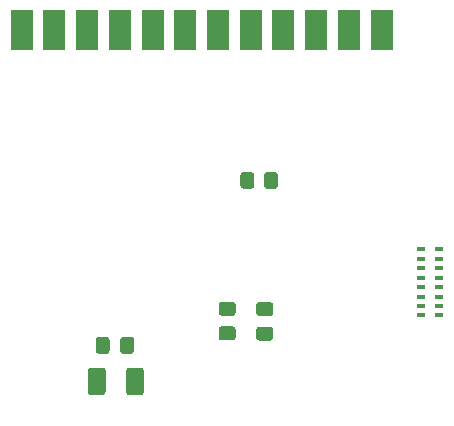
<source format=gbp>
G04 #@! TF.GenerationSoftware,KiCad,Pcbnew,5.1.10*
G04 #@! TF.CreationDate,2021-07-04T17:42:54-04:00*
G04 #@! TF.ProjectId,windpup,77696e64-7075-4702-9e6b-696361645f70,rev?*
G04 #@! TF.SameCoordinates,Original*
G04 #@! TF.FileFunction,Paste,Bot*
G04 #@! TF.FilePolarity,Positive*
%FSLAX46Y46*%
G04 Gerber Fmt 4.6, Leading zero omitted, Abs format (unit mm)*
G04 Created by KiCad (PCBNEW 5.1.10) date 2021-07-04 17:42:54*
%MOMM*%
%LPD*%
G01*
G04 APERTURE LIST*
%ADD10R,0.760000X0.430000*%
%ADD11R,1.846667X3.480000*%
G04 APERTURE END LIST*
G36*
G01*
X152113000Y-101912000D02*
X151163000Y-101912000D01*
G75*
G02*
X150913000Y-101662000I0J250000D01*
G01*
X150913000Y-100987000D01*
G75*
G02*
X151163000Y-100737000I250000J0D01*
G01*
X152113000Y-100737000D01*
G75*
G02*
X152363000Y-100987000I0J-250000D01*
G01*
X152363000Y-101662000D01*
G75*
G02*
X152113000Y-101912000I-250000J0D01*
G01*
G37*
G36*
G01*
X152113000Y-103987000D02*
X151163000Y-103987000D01*
G75*
G02*
X150913000Y-103737000I0J250000D01*
G01*
X150913000Y-103062000D01*
G75*
G02*
X151163000Y-102812000I250000J0D01*
G01*
X152113000Y-102812000D01*
G75*
G02*
X152363000Y-103062000I0J-250000D01*
G01*
X152363000Y-103737000D01*
G75*
G02*
X152113000Y-103987000I-250000J0D01*
G01*
G37*
G36*
G01*
X148938000Y-103965500D02*
X147988000Y-103965500D01*
G75*
G02*
X147738000Y-103715500I0J250000D01*
G01*
X147738000Y-103040500D01*
G75*
G02*
X147988000Y-102790500I250000J0D01*
G01*
X148938000Y-102790500D01*
G75*
G02*
X149188000Y-103040500I0J-250000D01*
G01*
X149188000Y-103715500D01*
G75*
G02*
X148938000Y-103965500I-250000J0D01*
G01*
G37*
G36*
G01*
X148938000Y-101890500D02*
X147988000Y-101890500D01*
G75*
G02*
X147738000Y-101640500I0J250000D01*
G01*
X147738000Y-100965500D01*
G75*
G02*
X147988000Y-100715500I250000J0D01*
G01*
X148938000Y-100715500D01*
G75*
G02*
X149188000Y-100965500I0J-250000D01*
G01*
X149188000Y-101640500D01*
G75*
G02*
X148938000Y-101890500I-250000J0D01*
G01*
G37*
G36*
G01*
X150777500Y-89973999D02*
X150777500Y-90874001D01*
G75*
G02*
X150527501Y-91124000I-249999J0D01*
G01*
X149827499Y-91124000D01*
G75*
G02*
X149577500Y-90874001I0J249999D01*
G01*
X149577500Y-89973999D01*
G75*
G02*
X149827499Y-89724000I249999J0D01*
G01*
X150527501Y-89724000D01*
G75*
G02*
X150777500Y-89973999I0J-249999D01*
G01*
G37*
G36*
G01*
X152777500Y-89973999D02*
X152777500Y-90874001D01*
G75*
G02*
X152527501Y-91124000I-249999J0D01*
G01*
X151827499Y-91124000D01*
G75*
G02*
X151577500Y-90874001I0J249999D01*
G01*
X151577500Y-89973999D01*
G75*
G02*
X151827499Y-89724000I249999J0D01*
G01*
X152527501Y-89724000D01*
G75*
G02*
X152777500Y-89973999I0J-249999D01*
G01*
G37*
D10*
X164848000Y-101060000D03*
X164848000Y-101860000D03*
X164848000Y-96260000D03*
X164848000Y-97060000D03*
X166368000Y-97060000D03*
X166368000Y-96260000D03*
X166368000Y-101860000D03*
X166368000Y-101060000D03*
X164848000Y-97860000D03*
X164848000Y-100260000D03*
X166368000Y-100260000D03*
X166368000Y-97860000D03*
X164848000Y-99460000D03*
X166368000Y-99460000D03*
X164848000Y-98660000D03*
X166368000Y-98660000D03*
D11*
X161539000Y-77724000D03*
X158769000Y-77724000D03*
X155999000Y-77724000D03*
X153229000Y-77724000D03*
X150459000Y-77724000D03*
X147689000Y-77724000D03*
X144919000Y-77724000D03*
X142149000Y-77724000D03*
X139379000Y-77724000D03*
X136609000Y-77724000D03*
X133839000Y-77724000D03*
X131069000Y-77724000D03*
G36*
G01*
X139409500Y-104869000D02*
X139409500Y-103919000D01*
G75*
G02*
X139659500Y-103669000I250000J0D01*
G01*
X140334500Y-103669000D01*
G75*
G02*
X140584500Y-103919000I0J-250000D01*
G01*
X140584500Y-104869000D01*
G75*
G02*
X140334500Y-105119000I-250000J0D01*
G01*
X139659500Y-105119000D01*
G75*
G02*
X139409500Y-104869000I0J250000D01*
G01*
G37*
G36*
G01*
X137334500Y-104869000D02*
X137334500Y-103919000D01*
G75*
G02*
X137584500Y-103669000I250000J0D01*
G01*
X138259500Y-103669000D01*
G75*
G02*
X138509500Y-103919000I0J-250000D01*
G01*
X138509500Y-104869000D01*
G75*
G02*
X138259500Y-105119000I-250000J0D01*
G01*
X137584500Y-105119000D01*
G75*
G02*
X137334500Y-104869000I0J250000D01*
G01*
G37*
G36*
G01*
X136664000Y-108367000D02*
X136664000Y-106517000D01*
G75*
G02*
X136914000Y-106267000I250000J0D01*
G01*
X137914000Y-106267000D01*
G75*
G02*
X138164000Y-106517000I0J-250000D01*
G01*
X138164000Y-108367000D01*
G75*
G02*
X137914000Y-108617000I-250000J0D01*
G01*
X136914000Y-108617000D01*
G75*
G02*
X136664000Y-108367000I0J250000D01*
G01*
G37*
G36*
G01*
X139914000Y-108367000D02*
X139914000Y-106517000D01*
G75*
G02*
X140164000Y-106267000I250000J0D01*
G01*
X141164000Y-106267000D01*
G75*
G02*
X141414000Y-106517000I0J-250000D01*
G01*
X141414000Y-108367000D01*
G75*
G02*
X141164000Y-108617000I-250000J0D01*
G01*
X140164000Y-108617000D01*
G75*
G02*
X139914000Y-108367000I0J250000D01*
G01*
G37*
M02*

</source>
